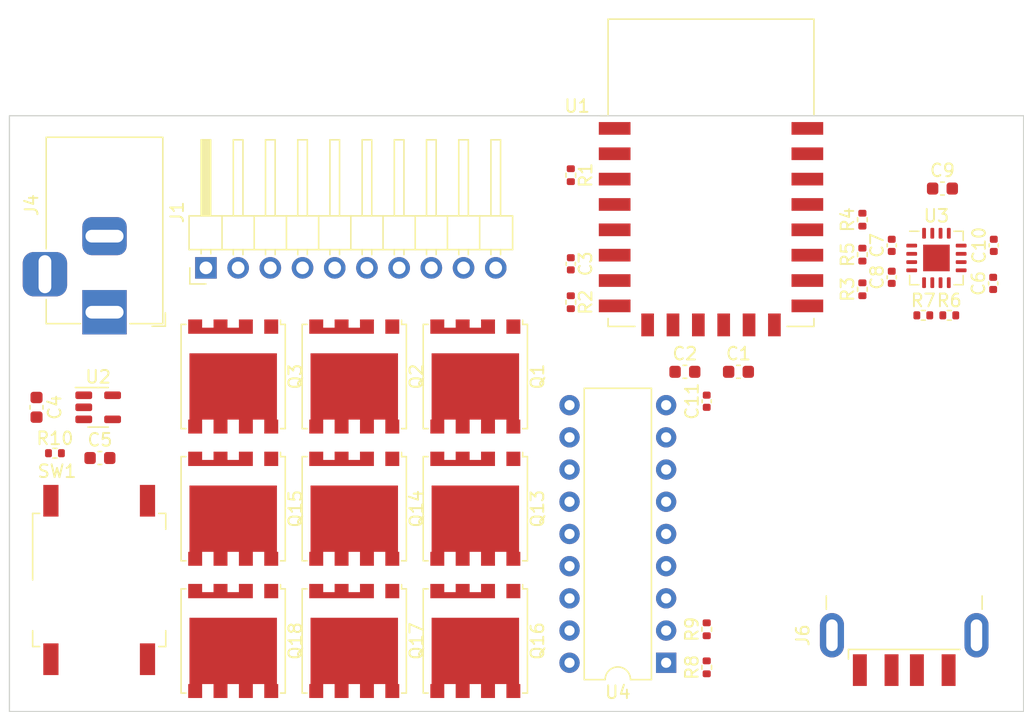
<source format=kicad_pcb>
(kicad_pcb (version 20221018) (generator pcbnew)
  (layers (0 "F.Cu" signal) (31 "B.Cu" signal) (34 "B.Paste" user) (35 "F.Paste" user) (36 "B.SilkS" user "B.Silkscreen") (37 "F.SilkS" user "F.Silkscreen") (38 "B.Mask" user) (39 "F.Mask" user) (44 "Edge.Cuts" user))
  (net 0 "")
  (net 1 "/RST")
  (net 3 "Net-(U1-EN)")
  (net 5 "/BLUE1")
  (net 6 "/RED1")
  (net 7 "/GREEN1")
  (net 8 "VDD")
  (net 15 "GND")
  (net 16 "Net-(U1-GPIO15)")
  (net 17 "Net-(U1-GPIO2)")
  (net 18 "Net-(U1-GPIO0)")
  (net 19 "/SDA")
  (net 20 "/SCL")
  (net 21 "/TX")
  (net 22 "/RX")
  (net 23 "+5V")
  (net 27 "Net-(U3-USBDP)")
  (net 28 "Net-(U3-USBDM)")
  (net 29 "Net-(U3-3V3OUT)")
  (net 39 "/RED2")
  (net 40 "/GREEN2")
  (net 41 "/BLUE2")
  (net 42 "/RED3")
  (net 43 "/GREEN3")
  (net 44 "/BLUE3")
  (net 47 "/D-")
  (net 48 "/D+")
  (net 49 "+12V")
  (net 50 "Net-(J1-Pin_2)")
  (net 51 "Net-(J1-Pin_3)")
  (net 52 "Net-(J1-Pin_4)")
  (net 53 "Net-(J1-Pin_5)")
  (net 54 "Net-(J1-Pin_6)")
  (net 55 "Net-(J1-Pin_7)")
  (net 56 "Net-(J1-Pin_8)")
  (net 57 "Net-(J1-Pin_9)")
  (net 58 "Net-(J1-Pin_10)")
  (footprint "Connector_USB:USB_A_CNCTech_1001-011-01101_Horizontal" (layer "F.Cu") (at 195.58 132.08 90)
    (fp_text reference "J6" (at -6.9 -8 90) (layer "F.SilkS"))
    (fp_text value "USB_A")
    (pad "" np_thru_hole circle (at -6.9 -2.3 90) (size 1.1 1.1) (drill 1.1) (layers "*.Cu" "*.Mask"))
    (pad "" np_thru_hole circle (at -6.9 2.3 90) (size 1.1 1.1) (drill 1.1) (layers "*.Cu" "*.Mask"))
    (pad "1" smd rect (at -9.65 -3.5 90) (size 2.5 1.1) (layers "F.Cu" "F.Paste" "F.Mask") (net 23 "+5V"))
    (pad "2" smd rect (at -9.65 -1 90) (size 2.5 1.1) (layers "F.Cu" "F.Paste" "F.Mask") (net 47 "/D-"))
    (pad "3" smd rect (at -9.65 1 90) (size 2.5 1.1) (layers "F.Cu" "F.Paste" "F.Mask") (net 48 "/D+"))
    (pad "4" smd rect (at -9.65 3.5 90) (size 2.5 1.1) (layers "F.Cu" "F.Paste" "F.Mask") (net 15 "GND"))
    (pad "5" thru_hole oval (at -6.9 -5.7 90) (size 3.5 1.9) (drill oval 2.5 0.9) (layers "*.Cu" "*.Mask") (net 15 "GND"))
    (pad "5" thru_hole oval (at -6.9 5.7 90) (size 3.5 1.9) (drill oval 2.5 0.9) (layers "*.Cu" "*.Mask") (net 15 "GND"))
  )
  (footprint "Resistor_SMD:R_0402_1005Metric" (layer "F.Cu") (at 128.59 124.62)
    (fp_text reference "R10" (at 0 -1.17) (layer "F.SilkS"))
    (fp_text value "10k")
    (pad "1" smd roundrect (at -0.51 0) (size 0.54 0.64) (layers "F.Cu" "F.Paste" "F.Mask") (net 8 "VDD"))
    (pad "2" smd roundrect (at 0.51 0) (size 0.54 0.64) (layers "F.Cu" "F.Paste" "F.Mask") (net 1 "/RST"))
  )
  (footprint "Resistor_SMD:R_0402_1005Metric" (layer "F.Cu") (at 180 141.51 90)
    (fp_text reference "R8" (at 0 -1.17 90) (layer "F.SilkS"))
    (fp_text value "1k tbd")
    (pad "1" smd roundrect (at -0.51 0 90) (size 0.54 0.64) (layers "F.Cu" "F.Paste" "F.Mask") (net 23 "+5V"))
    (pad "2" smd roundrect (at 0.51 0 90) (size 0.54 0.64) (layers "F.Cu" "F.Paste" "F.Mask") (net 20 "/SCL"))
  )
  (footprint "Package_TO_SOT_SMD:SOT-23-5" (layer "F.Cu") (at 132 121)
    (fp_text reference "U2" (at 0 -2.4) (layer "F.SilkS"))
    (fp_text value "SPX3819M5-L-3-3")
    (pad "1" smd roundrect (at -1.1375 -0.95) (size 1.325 0.6) (layers "F.Cu" "F.Paste" "F.Mask") (net 23 "+5V"))
    (pad "2" smd roundrect (at -1.1375 0) (size 1.325 0.6) (layers "F.Cu" "F.Paste" "F.Mask") (net 15 "GND"))
    (pad "3" smd roundrect (at -1.1375 0.95) (size 1.325 0.6) (layers "F.Cu" "F.Paste" "F.Mask") (net 23 "+5V"))
    (pad "4" smd roundrect (at 1.1375 0.95) (size 1.325 0.6) (layers "F.Cu" "F.Paste" "F.Mask"))
    (pad "5" smd roundrect (at 1.1375 -0.95) (size 1.325 0.6) (layers "F.Cu" "F.Paste" "F.Mask") (net 8 "VDD"))
  )
  (footprint "Capacitor_SMD:C_0603_1608Metric" (layer "F.Cu") (at 182.505 118.2)
    (fp_text reference "C1" (at 0 -1.43) (layer "F.SilkS"))
    (fp_text value "1uF")
    (pad "1" smd roundrect (at -0.775 0) (size 0.9 0.95) (layers "F.Cu" "F.Paste" "F.Mask") (net 8 "VDD"))
    (pad "2" smd roundrect (at 0.775 0) (size 0.9 0.95) (layers "F.Cu" "F.Paste" "F.Mask") (net 15 "GND"))
  )
  (footprint "Package_TO_SOT_SMD:PQFN_8x8" (layer "F.Cu") (at 161.75 118.57 -90)
    (fp_text reference "Q1" (at 0 -4.9 90) (layer "F.SilkS"))
    (fp_text value "NMOS")
    (pad "1" smd rect (at -3.935 -3 270) (size 1.13 1.1) (layers "F.Cu" "F.Paste" "F.Mask") (net 50 "Net-(J1-Pin_2)"))
    (pad "2" smd custom (at -3.61 1 270) (size 0.48 5.1) (layers "F.Cu" "F.Paste" "F.Mask") (net 6 "/RED1") (options (clearance outline) (anchor rect)) (primitives (gr_poly (pts (xy -0.24 -1.45) (xy -0.89 -1.45) (xy -0.89 -2.55) (xy -0.24 -2.55)) (width 0) (fill yes)) (gr_poly (pts (xy -0.24 0.55) (xy -0.89 0.55) (xy -0.89 -0.55) (xy -0.24 -0.55)) (width 0) (fill yes)) (gr_poly (pts (xy -0.24 2.55) (xy -0.89 2.55) (xy -0.89 1.45) (xy -0.24 1.45)) (width 0) (fill yes))))
    (pad "3" smd custom (at 0.785 0 270) (size 5.23 6.9) (layers "F.Cu" "F.Mask") (net 15 "GND") (options (clearance outline) (anchor rect)) (primitives (gr_poly (pts (xy 3.715 -2.45) (xy 2.615 -2.45) (xy 2.615 -3.55) (xy 3.715 -3.55)) (width 0) (fill yes)) (gr_poly (pts (xy 3.715 -0.45) (xy 2.615 -0.45) (xy 2.615 -1.55) (xy 3.715 -1.55)) (width 0) (fill yes)) (gr_poly (pts (xy 3.715 1.55) (xy 2.615 1.55) (xy 2.615 0.45) (xy 3.715 0.45)) (width 0) (fill yes)) (gr_poly (pts (xy 3.715 3.55) (xy 2.615 3.55) (xy 2.615 2.45) (xy 3.715 2.45)) (width 0) (fill yes))))
  )
  (footprint "Capacitor_SMD:C_0603_1608Metric" (layer "F.Cu") (at 132.1375 125)
    (fp_text reference "C5" (at 0 -1.43) (layer "F.SilkS"))
    (fp_text value "10uF")
    (pad "1" smd roundrect (at -0.775 0) (size 0.9 0.95) (layers "F.Cu" "F.Paste" "F.Mask") (net 23 "+5V"))
    (pad "2" smd roundrect (at 0.775 0) (size 0.9 0.95) (layers "F.Cu" "F.Paste" "F.Mask") (net 15 "GND"))
  )
  (footprint "Resistor_SMD:R_0402_1005Metric" (layer "F.Cu") (at 192.28 111.69 90)
    (fp_text reference "R3" (at 0 -1.17 90) (layer "F.SilkS"))
    (fp_text value "10k")
    (pad "1" smd roundrect (at -0.51 0 90) (size 0.54 0.64) (layers "F.Cu" "F.Paste" "F.Mask") (net 15 "GND"))
    (pad "2" smd roundrect (at 0.51 0 90) (size 0.54 0.64) (layers "F.Cu" "F.Paste" "F.Mask") (net 16 "Net-(U1-GPIO15)"))
  )
  (footprint "Capacitor_SMD:C_0603_1608Metric" (layer "F.Cu") (at 127.1375 121 -90)
    (fp_text reference "C4" (at 0 -1.43 90) (layer "F.SilkS"))
    (fp_text value "10uF")
    (pad "1" smd roundrect (at -0.775 0 270) (size 0.9 0.95) (layers "F.Cu" "F.Paste" "F.Mask") (net 8 "VDD"))
    (pad "2" smd roundrect (at 0.775 0 270) (size 0.9 0.95) (layers "F.Cu" "F.Paste" "F.Mask") (net 15 "GND"))
  )
  (footprint "Package_TO_SOT_SMD:PQFN_8x8" (layer "F.Cu") (at 142.65 139.43 -90)
    (fp_text reference "Q18" (at 0 -4.9 90) (layer "F.SilkS"))
    (fp_text value "NMOS")
    (pad "1" smd rect (at -3.935 -3 270) (size 1.13 1.1) (layers "F.Cu" "F.Paste" "F.Mask") (net 58 "Net-(J1-Pin_10)"))
    (pad "2" smd custom (at -3.61 1 270) (size 0.48 5.1) (layers "F.Cu" "F.Paste" "F.Mask") (net 44 "/BLUE3") (options (clearance outline) (anchor rect)) (primitives (gr_poly (pts (xy -0.24 -1.45) (xy -0.89 -1.45) (xy -0.89 -2.55) (xy -0.24 -2.55)) (width 0) (fill yes)) (gr_poly (pts (xy -0.24 0.55) (xy -0.89 0.55) (xy -0.89 -0.55) (xy -0.24 -0.55)) (width 0) (fill yes)) (gr_poly (pts (xy -0.24 2.55) (xy -0.89 2.55) (xy -0.89 1.45) (xy -0.24 1.45)) (width 0) (fill yes))))
    (pad "3" smd custom (at 0.785 0 270) (size 5.23 6.9) (layers "F.Cu" "F.Mask") (net 15 "GND") (options (clearance outline) (anchor rect)) (primitives (gr_poly (pts (xy 3.715 -2.45) (xy 2.615 -2.45) (xy 2.615 -3.55) (xy 3.715 -3.55)) (width 0) (fill yes)) (gr_poly (pts (xy 3.715 -0.45) (xy 2.615 -0.45) (xy 2.615 -1.55) (xy 3.715 -1.55)) (width 0) (fill yes)) (gr_poly (pts (xy 3.715 1.55) (xy 2.615 1.55) (xy 2.615 0.45) (xy 3.715 0.45)) (width 0) (fill yes)) (gr_poly (pts (xy 3.715 3.55) (xy 2.615 3.55) (xy 2.615 2.45) (xy 3.715 2.45)) (width 0) (fill yes))))
  )
  (footprint "Resistor_SMD:R_0402_1005Metric" (layer "F.Cu") (at 169.28 102.69 -90)
    (fp_text reference "R1" (at 0 -1.17 90) (layer "F.SilkS"))
    (fp_text value "10k")
    (pad "1" smd roundrect (at -0.51 0 270) (size 0.54 0.64) (layers "F.Cu" "F.Paste" "F.Mask") (net 8 "VDD"))
    (pad "2" smd roundrect (at 0.51 0 270) (size 0.54 0.64) (layers "F.Cu" "F.Paste" "F.Mask") (net 3 "Net-(U1-EN)"))
  )
  (footprint "Capacitor_SMD:C_0402_1005Metric" (layer "F.Cu") (at 194.595 108.225 90)
    (fp_text reference "C7" (at 0 -1.16 90) (layer "F.SilkS"))
    (fp_text value "47pF")
    (pad "1" smd roundrect (at -0.48 0 90) (size 0.56 0.62) (layers "F.Cu" "F.Paste" "F.Mask") (net 47 "/D-"))
    (pad "2" smd roundrect (at 0.48 0 90) (size 0.56 0.62) (layers "F.Cu" "F.Paste" "F.Mask") (net 15 "GND"))
  )
  (footprint "Capacitor_SMD:C_0402_1005Metric" (layer "F.Cu") (at 180 120.52 90)
    (fp_text reference "C11" (at 0 -1.16 90) (layer "F.SilkS"))
    (fp_text value "0.1uF")
    (pad "1" smd roundrect (at -0.48 0 90) (size 0.56 0.62) (layers "F.Cu" "F.Paste" "F.Mask") (net 15 "GND"))
    (pad "2" smd roundrect (at 0.48 0 90) (size 0.56 0.62) (layers "F.Cu" "F.Paste" "F.Mask") (net 23 "+5V"))
  )
  (footprint "Resistor_SMD:R_0402_1005Metric" (layer "F.Cu") (at 199.135 113.745)
    (fp_text reference "R6" (at 0 -1.17) (layer "F.SilkS"))
    (fp_text value "27R")
    (pad "1" smd roundrect (at -0.51 0) (size 0.54 0.64) (layers "F.Cu" "F.Paste" "F.Mask") (net 47 "/D-"))
    (pad "2" smd roundrect (at 0.51 0) (size 0.54 0.64) (layers "F.Cu" "F.Paste" "F.Mask") (net 28 "Net-(U3-USBDM)"))
  )
  (footprint "Connector_PinHeader_2.54mm:PinHeader_1x10_P2.54mm_Horizontal" (layer "F.Cu") (at 140.5 110 90)
    (fp_text reference "J1" (at 4.385 -2.27 90) (layer "F.SilkS"))
    (fp_text value "Conn_01x10")
    (pad "1" thru_hole rect (at 0 0 90) (size 1.7 1.7) (drill 1) (layers "*.Cu" "*.Mask") (net 49 "+12V"))
    (pad "2" thru_hole oval (at 0 2.54 90) (size 1.7 1.7) (drill 1) (layers "*.Cu" "*.Mask") (net 50 "Net-(J1-Pin_2)"))
    (pad "3" thru_hole oval (at 0 5.08 90) (size 1.7 1.7) (drill 1) (layers "*.Cu" "*.Mask") (net 51 "Net-(J1-Pin_3)"))
    (pad "4" thru_hole oval (at 0 7.62 90) (size 1.7 1.7) (drill 1) (layers "*.Cu" "*.Mask") (net 52 "Net-(J1-Pin_4)"))
    (pad "5" thru_hole oval (at 0 10.16 90) (size 1.7 1.7) (drill 1) (layers "*.Cu" "*.Mask") (net 53 "Net-(J1-Pin_5)"))
    (pad "6" thru_hole oval (at 0 12.7 90) (size 1.7 1.7) (drill 1) (layers "*.Cu" "*.Mask") (net 54 "Net-(J1-Pin_6)"))
    (pad "7" thru_hole oval (at 0 15.24 90) (size 1.7 1.7) (drill 1) (layers "*.Cu" "*.Mask") (net 55 "Net-(J1-Pin_7)"))
    (pad "8" thru_hole oval (at 0 17.78 90) (size 1.7 1.7) (drill 1) (layers "*.Cu" "*.Mask") (net 56 "Net-(J1-Pin_8)"))
    (pad "9" thru_hole oval (at 0 20.32 90) (size 1.7 1.7) (drill 1) (layers "*.Cu" "*.Mask") (net 57 "Net-(J1-Pin_9)"))
    (pad "10" thru_hole oval (at 0 22.86 90) (size 1.7 1.7) (drill 1) (layers "*.Cu" "*.Mask") (net 58 "Net-(J1-Pin_10)"))
  )
  (footprint "Button_Switch_SMD:SW_MEC_5GSH9" (layer "F.Cu") (at 132.08 134.62)
    (fp_text reference "SW1" (at -3.325 -8.575 180) (layer "F.SilkS"))
    (fp_text value "SW_MEC_5G")
    (pad "1" smd rect (at -3.81 -6.25 90) (size 2.5 1.2) (layers "F.Cu" "F.Paste" "F.Mask") (net 1 "/RST"))
    (pad "2" smd rect (at -3.81 6.25 90) (size 2.5 1.2) (layers "F.Cu" "F.Paste" "F.Mask") (net 1 "/RST"))
    (pad "3" smd rect (at 3.81 -6.25 90) (size 2.5 1.2) (layers "F.Cu" "F.Paste" "F.Mask") (net 15 "GND"))
    (pad "4" smd rect (at 3.81 6.25 90) (size 2.5 1.2) (layers "F.Cu" "F.Paste" "F.Mask") (net 15 "GND"))
  )
  (footprint "Package_TO_SOT_SMD:PQFN_8x8" (layer "F.Cu") (at 152.2 139.43 -90)
    (fp_text reference "Q17" (at 0 -4.9 90) (layer "F.SilkS"))
    (fp_text value "NMOS")
    (pad "1" smd rect (at -3.935 -3 270) (size 1.13 1.1) (layers "F.Cu" "F.Paste" "F.Mask") (net 57 "Net-(J1-Pin_9)"))
    (pad "2" smd custom (at -3.61 1 270) (size 0.48 5.1) (layers "F.Cu" "F.Paste" "F.Mask") (net 43 "/GREEN3") (options (clearance outline) (anchor rect)) (primitives (gr_poly (pts (xy -0.24 -1.45) (xy -0.89 -1.45) (xy -0.89 -2.55) (xy -0.24 -2.55)) (width 0) (fill yes)) (gr_poly (pts (xy -0.24 0.55) (xy -0.89 0.55) (xy -0.89 -0.55) (xy -0.24 -0.55)) (width 0) (fill yes)) (gr_poly (pts (xy -0.24 2.55) (xy -0.89 2.55) (xy -0.89 1.45) (xy -0.24 1.45)) (width 0) (fill yes))))
    (pad "3" smd custom (at 0.785 0 270) (size 5.23 6.9) (layers "F.Cu" "F.Mask") (net 15 "GND") (options (clearance outline) (anchor rect)) (primitives (gr_poly (pts (xy 3.715 -2.45) (xy 2.615 -2.45) (xy 2.615 -3.55) (xy 3.715 -3.55)) (width 0) (fill yes)) (gr_poly (pts (xy 3.715 -0.45) (xy 2.615 -0.45) (xy 2.615 -1.55) (xy 3.715 -1.55)) (width 0) (fill yes)) (gr_poly (pts (xy 3.715 1.55) (xy 2.615 1.55) (xy 2.615 0.45) (xy 3.715 0.45)) (width 0) (fill yes)) (gr_poly (pts (xy 3.715 3.55) (xy 2.615 3.55) (xy 2.615 2.45) (xy 3.715 2.45)) (width 0) (fill yes))))
  )
  (footprint "Capacitor_SMD:C_0402_1005Metric" (layer "F.Cu") (at 202.645 108.225 90)
    (fp_text reference "C10" (at 0 -1.16 90) (layer "F.SilkS"))
    (fp_text value "0.1uF")
    (pad "1" smd roundrect (at -0.48 0 90) (size 0.56 0.62) (layers "F.Cu" "F.Paste" "F.Mask") (net 8 "VDD"))
    (pad "2" smd roundrect (at 0.48 0 90) (size 0.56 0.62) (layers "F.Cu" "F.Paste" "F.Mask") (net 15 "GND"))
  )
  (footprint "Package_TO_SOT_SMD:PQFN_8x8" (layer "F.Cu") (at 152.2 129 -90)
    (fp_text reference "Q14" (at 0 -4.9 90) (layer "F.SilkS"))
    (fp_text value "NMOS")
    (pad "1" smd rect (at -3.935 -3 270) (size 1.13 1.1) (layers "F.Cu" "F.Paste" "F.Mask") (net 54 "Net-(J1-Pin_6)"))
    (pad "2" smd custom (at -3.61 1 270) (size 0.48 5.1) (layers "F.Cu" "F.Paste" "F.Mask") (net 40 "/GREEN2") (options (clearance outline) (anchor rect)) (primitives (gr_poly (pts (xy -0.24 -1.45) (xy -0.89 -1.45) (xy -0.89 -2.55) (xy -0.24 -2.55)) (width 0) (fill yes)) (gr_poly (pts (xy -0.24 0.55) (xy -0.89 0.55) (xy -0.89 -0.55) (xy -0.24 -0.55)) (width 0) (fill yes)) (gr_poly (pts (xy -0.24 2.55) (xy -0.89 2.55) (xy -0.89 1.45) (xy -0.24 1.45)) (width 0) (fill yes))))
    (pad "3" smd custom (at 0.785 0 270) (size 5.23 6.9) (layers "F.Cu" "F.Mask") (net 15 "GND") (options (clearance outline) (anchor rect)) (primitives (gr_poly (pts (xy 3.715 -2.45) (xy 2.615 -2.45) (xy 2.615 -3.55) (xy 3.715 -3.55)) (width 0) (fill yes)) (gr_poly (pts (xy 3.715 -0.45) (xy 2.615 -0.45) (xy 2.615 -1.55) (xy 3.715 -1.55)) (width 0) (fill yes)) (gr_poly (pts (xy 3.715 1.55) (xy 2.615 1.55) (xy 2.615 0.45) (xy 3.715 0.45)) (width 0) (fill yes)) (gr_poly (pts (xy 3.715 3.55) (xy 2.615 3.55) (xy 2.615 2.45) (xy 3.715 2.45)) (width 0) (fill yes))))
  )
  (footprint "RF_Module:ESP-12E" (layer "F.Cu") (at 180.34 102.5)
    (fp_text reference "U1" (at -10.56 -5.26) (layer "F.SilkS"))
    (fp_text value "ESP-12E")
    (pad "1" smd rect (at -7.6 -3.5) (size 2.5 1) (layers "F.Cu" "F.Paste" "F.Mask") (net 1 "/RST"))
    (pad "2" smd rect (at -7.6 -1.5) (size 2.5 1) (layers "F.Cu" "F.Paste" "F.Mask"))
    (pad "3" smd rect (at -7.6 0.5) (size 2.5 1) (layers "F.Cu" "F.Paste" "F.Mask") (net 3 "Net-(U1-EN)"))
    (pad "4" smd rect (at -7.6 2.5) (size 2.5 1) (layers "F.Cu" "F.Paste" "F.Mask"))
    (pad "5" smd rect (at -7.6 4.5) (size 2.5 1) (layers "F.Cu" "F.Paste" "F.Mask") (net 5 "/BLUE1"))
    (pad "6" smd rect (at -7.6 6.5) (size 2.5 1) (layers "F.Cu" "F.Paste" "F.Mask") (net 6 "/RED1"))
    (pad "7" smd rect (at -7.6 8.5) (size 2.5 1) (layers "F.Cu" "F.Paste" "F.Mask") (net 7 "/GREEN1"))
    (pad "8" smd rect (at -7.6 10.5) (size 2.5 1) (layers "F.Cu" "F.Paste" "F.Mask") (net 8 "VDD"))
    (pad "9" smd rect (at -5 12) (size 1 1.8) (layers "F.Cu" "F.Paste" "F.Mask"))
    (pad "10" smd rect (at -3 12) (size 1 1.8) (layers "F.Cu" "F.Paste" "F.Mask"))
    (pad "11" smd rect (at -1 12) (size 1 1.8) (layers "F.Cu" "F.Paste" "F.Mask"))
    (pad "12" smd rect (at 1 12) (size 1 1.8) (layers "F.Cu" "F.Paste" "F.Mask"))
    (pad "13" smd rect (at 3 12) (size 1 1.8) (layers "F.Cu" "F.Paste" "F.Mask"))
    (pad "14" smd rect (at 5 12) (size 1 1.8) (layers "F.Cu" "F.Paste" "F.Mask"))
    (pad "15" smd rect (at 7.6 10.5) (size 2.5 1) (layers "F.Cu" "F.Paste" "F.Mask") (net 15 "GND"))
    (pad "16" smd rect (at 7.6 8.5) (size 2.5 1) (layers "F.Cu" "F.Paste" "F.Mask") (net 16 "Net-(U1-GPIO15)"))
    (pad "17" smd rect (at 7.6 6.5) (size 2.5 1) (layers "F.Cu" "F.Paste" "F.Mask") (net 17 "Net-(U1-GPIO2)"))
    (pad "18" smd rect (at 7.6 4.5) (size 2.5 1) (layers "F.Cu" "F.Paste" "F.Mask") (net 18 "Net-(U1-GPIO0)"))
    (pad "19" smd rect (at 7.6 2.5) (size 2.5 1) (layers "F.Cu" "F.Paste" "F.Mask") (net 19 "/SDA"))
    (pad "20" smd rect (at 7.6 0.5) (size 2.5 1) (layers "F.Cu" "F.Paste" "F.Mask") (net 20 "/SCL"))
    (pad "21" smd rect (at 7.6 -1.5) (size 2.5 1) (layers "F.Cu" "F.Paste" "F.Mask") (net 21 "/TX"))
    (pad "22" smd rect (at 7.6 -3.5) (size 2.5 1) (layers "F.Cu" "F.Paste" "F.Mask") (net 22 "/RX"))
  )
  (footprint "Capacitor_SMD:C_0402_1005Metric" (layer "F.Cu") (at 202.595 111.225 90)
    (fp_text reference "C6" (at 0 -1.16 90) (layer "F.SilkS"))
    (fp_text value "0.1uF")
    (pad "1" smd roundrect (at -0.48 0 90) (size 0.56 0.62) (layers "F.Cu" "F.Paste" "F.Mask") (net 29 "Net-(U3-3V3OUT)"))
    (pad "2" smd roundrect (at 0.48 0 90) (size 0.56 0.62) (layers "F.Cu" "F.Paste" "F.Mask") (net 15 "GND"))
  )
  (footprint "Capacitor_SMD:C_0603_1608Metric" (layer "F.Cu") (at 198.595 103.745)
    (fp_text reference "C9" (at 0 -1.43) (layer "F.SilkS"))
    (fp_text value "4.7uF")
    (pad "1" smd roundrect (at -0.775 0) (size 0.9 0.95) (layers "F.Cu" "F.Paste" "F.Mask") (net 8 "VDD"))
    (pad "2" smd roundrect (at 0.775 0) (size 0.9 0.95) (layers "F.Cu" "F.Paste" "F.Mask") (net 15 "GND"))
  )
  (footprint "Package_DFN_QFN:QFN-16-1EP_4x4mm_P0.65mm_EP2.1x2.1mm" (layer "F.Cu") (at 198.12 109.22)
    (fp_text reference "U3" (at 0 -3.32) (layer "F.SilkS"))
    (fp_text value "FT230XQ")
    (pad "1" smd roundrect (at -1.95 -0.975) (size 0.85 0.3) (layers "F.Cu" "F.Paste" "F.Mask") (net 8 "VDD"))
    (pad "2" smd roundrect (at -1.95 -0.325) (size 0.85 0.3) (layers "F.Cu" "F.Paste" "F.Mask") (net 22 "/RX"))
    (pad "3" smd roundrect (at -1.95 0.325) (size 0.85 0.3) (layers "F.Cu" "F.Paste" "F.Mask") (net 15 "GND"))
    (pad "4" smd roundrect (at -1.95 0.975) (size 0.85 0.3) (layers "F.Cu" "F.Paste" "F.Mask"))
    (pad "5" smd roundrect (at -0.975 1.95) (size 0.3 0.85) (layers "F.Cu" "F.Paste" "F.Mask"))
    (pad "6" smd roundrect (at -0.325 1.95) (size 0.3 0.85) (layers "F.Cu" "F.Paste" "F.Mask") (net 27 "Net-(U3-USBDP)"))
    (pad "7" smd roundrect (at 0.325 1.95) (size 0.3 0.85) (layers "F.Cu" "F.Paste" "F.Mask") (net 28 "Net-(U3-USBDM)"))
    (pad "8" smd roundrect (at 0.975 1.95) (size 0.3 0.85) (layers "F.Cu" "F.Paste" "F.Mask") (net 29 "Net-(U3-3V3OUT)"))
    (pad "9" smd roundrect (at 1.95 0.975) (size 0.85 0.3) (layers "F.Cu" "F.Paste" "F.Mask") (net 29 "Net-(U3-3V3OUT)"))
    (pad "10" smd roundrect (at 1.95 0.325) (size 0.85 0.3) (layers "F.Cu" "F.Paste" "F.Mask") (net 8 "VDD"))
    (pad "11" smd roundrect (at 1.95 -0.325) (size 0.85 0.3) (layers "F.Cu" "F.Paste" "F.Mask"))
    (pad "12" smd roundrect (at 1.95 -0.975) (size 0.85 0.3) (layers "F.Cu" "F.Paste" "F.Mask"))
    (pad "13" smd roundrect (at 0.975 -1.95) (size 0.3 0.85) (layers "F.Cu" "F.Paste" "F.Mask") (net 15 "GND"))
    (pad "14" smd roundrect (at 0.325 -1.95) (size 0.3 0.85) (layers "F.Cu" "F.Paste" "F.Mask"))
    (pad "15" smd roundrect (at -0.325 -1.95) (size 0.3 0.85) (layers "F.Cu" "F.Paste" "F.Mask") (net 21 "/TX"))
    (pad "16" smd roundrect (at -0.975 -1.95) (size 0.3 0.85) (layers "F.Cu" "F.Paste" "F.Mask"))
    (pad "17" smd rect (at 0 0) (size 2.1 2.1) (layers "F.Cu" "F.Mask") (net 15 "GND"))
  )
  (footprint "Capacitor_SMD:C_0402_1005Metric" (layer "F.Cu") (at 194.595 110.745 90)
    (fp_text reference "C8" (at 0 -1.16 90) (layer "F.SilkS"))
    (fp_text value "47pF")
    (pad "1" smd roundrect (at -0.48 0 90) (size 0.56 0.62) (layers "F.Cu" "F.Paste" "F.Mask") (net 48 "/D+"))
    (pad "2" smd roundrect (at 0.48 0 90) (size 0.56 0.62) (layers "F.Cu" "F.Paste" "F.Mask") (net 15 "GND"))
  )
  (footprint "Package_DIP:DIP-18_W7.62mm" (layer "F.Cu") (at 176.8 141.15 180)
    (fp_text reference "U4" (at 3.81 -2.33) (layer "F.SilkS"))
    (fp_text value "MCP23008-xP")
    (pad "1" thru_hole rect (at 0 0 180) (size 1.6 1.6) (drill 0.8) (layers "*.Cu" "*.Mask") (net 20 "/SCL"))
    (pad "2" thru_hole oval (at 0 2.54 180) (size 1.6 1.6) (drill 0.8) (layers "*.Cu" "*.Mask") (net 19 "/SDA"))
    (pad "3" thru_hole oval (at 0 5.08 180) (size 1.6 1.6) (drill 0.8) (layers "*.Cu" "*.Mask"))
    (pad "4" thru_hole oval (at 0 7.62 180) (size 1.6 1.6) (drill 0.8) (layers "*.Cu" "*.Mask"))
    (pad "5" thru_hole oval (at 0 10.16 180) (size 1.6 1.6) (drill 0.8) (layers "*.Cu" "*.Mask"))
    (pad "6" thru_hole oval (at 0 12.7 180) (size 1.6 1.6) (drill 0.8) (layers "*.Cu" "*.Mask") (net 1 "/RST"))
    (pad "7" thru_hole oval (at 0 15.24 180) (size 1.6 1.6) (drill 0.8) (layers "*.Cu" "*.Mask"))
    (pad "8" thru_hole oval (at 0 17.78 180) (size 1.6 1.6) (drill 0.8) (layers "*.Cu" "*.Mask"))
    (pad "9" thru_hole oval (at 0 20.32 180) (size 1.6 1.6) (drill 0.8) (layers "*.Cu" "*.Mask") (net 15 "GND"))
    (pad "10" thru_hole oval (at 7.62 20.32 180) (size 1.6 1.6) (drill 0.8) (layers "*.Cu" "*.Mask") (net 39 "/RED2"))
    (pad "11" thru_hole oval (at 7.62 17.78 180) (size 1.6 1.6) (drill 0.8) (layers "*.Cu" "*.Mask") (net 40 "/GREEN2"))
    (pad "12" thru_hole oval (at 7.62 15.24 180) (size 1.6 1.6) (drill 0.8) (layers "*.Cu" "*.Mask") (net 41 "/BLUE2"))
    (pad "13" thru_hole oval (at 7.62 12.7 180) (size 1.6 1.6) (drill 0.8) (layers "*.Cu" "*.Mask") (net 42 "/RED3"))
    (pad "14" thru_hole oval (at 7.62 10.16 180) (size 1.6 1.6) (drill 0.8) (layers "*.Cu" "*.Mask") (net 43 "/GREEN3"))
    (pad "15" thru_hole oval (at 7.62 7.62 180) (size 1.6 1.6) (drill 0.8) (layers "*.Cu" "*.Mask") (net 44 "/BLUE3"))
    (pad "16" thru_hole oval (at 7.62 5.08 180) (size 1.6 1.6) (drill 0.8) (layers "*.Cu" "*.Mask"))
    (pad "17" thru_hole oval (at 7.62 2.54 180) (size 1.6 1.6) (drill 0.8) (layers "*.Cu" "*.Mask"))
    (pad "18" thru_hole oval (at 7.62 0 180) (size 1.6 1.6) (drill 0.8) (layers "*.Cu" "*.Mask") (net 23 "+5V"))
  )
  (footprint "Package_TO_SOT_SMD:PQFN_8x8" (layer "F.Cu") (at 142.65 118.57 -90)
    (fp_text reference "Q3" (at 0 -4.9 90) (layer "F.SilkS"))
    (fp_text value "NMOS")
    (pad "1" smd rect (at -3.935 -3 270) (size 1.13 1.1) (layers "F.Cu" "F.Paste" "F.Mask") (net 52 "Net-(J1-Pin_4)"))
    (pad "2" smd custom (at -3.61 1 270) (size 0.48 5.1) (layers "F.Cu" "F.Paste" "F.Mask") (net 5 "/BLUE1") (options (clearance outline) (anchor rect)) (primitives (gr_poly (pts (xy -0.24 -1.45) (xy -0.89 -1.45) (xy -0.89 -2.55) (xy -0.24 -2.55)) (width 0) (fill yes)) (gr_poly (pts (xy -0.24 0.55) (xy -0.89 0.55) (xy -0.89 -0.55) (xy -0.24 -0.55)) (width 0) (fill yes)) (gr_poly (pts (xy -0.24 2.55) (xy -0.89 2.55) (xy -0.89 1.45) (xy -0.24 1.45)) (width 0) (fill yes))))
    (pad "3" smd custom (at 0.785 0 270) (size 5.23 6.9) (layers "F.Cu" "F.Mask") (net 15 "GND") (options (clearance outline) (anchor rect)) (primitives (gr_poly (pts (xy 3.715 -2.45) (xy 2.615 -2.45) (xy 2.615 -3.55) (xy 3.715 -3.55)) (width 0) (fill yes)) (gr_poly (pts (xy 3.715 -0.45) (xy 2.615 -0.45) (xy 2.615 -1.55) (xy 3.715 -1.55)) (width 0) (fill yes)) (gr_poly (pts (xy 3.715 1.55) (xy 2.615 1.55) (xy 2.615 0.45) (xy 3.715 0.45)) (width 0) (fill yes)) (gr_poly (pts (xy 3.715 3.55) (xy 2.615 3.55) (xy 2.615 2.45) (xy 3.715 2.45)) (width 0) (fill yes))))
  )
  (footprint "Resistor_SMD:R_0402_1005Metric" (layer "F.Cu") (at 197.085 113.745)
    (fp_text reference "R7" (at 0 -1.17) (layer "F.SilkS"))
    (fp_text value "27R")
    (pad "1" smd roundrect (at -0.51 0) (size 0.54 0.64) (layers "F.Cu" "F.Paste" "F.Mask") (net 48 "/D+"))
    (pad "2" smd roundrect (at 0.51 0) (size 0.54 0.64) (layers "F.Cu" "F.Paste" "F.Mask") (net 27 "Net-(U3-USBDP)"))
  )
  (footprint "Capacitor_SMD:C_0603_1608Metric" (layer "F.Cu") (at 178.28 118.2)
    (fp_text reference "C2" (at 0 -1.43) (layer "F.SilkS"))
    (fp_text value "4.7uF")
    (pad "1" smd roundrect (at -0.775 0) (size 0.9 0.95) (layers "F.Cu" "F.Paste" "F.Mask") (net 8 "VDD"))
    (pad "2" smd roundrect (at 0.775 0) (size 0.9 0.95) (layers "F.Cu" "F.Paste" "F.Mask") (net 15 "GND"))
  )
  (footprint "Package_TO_SOT_SMD:PQFN_8x8" (layer "F.Cu") (at 142.65 129 -90)
    (fp_text reference "Q15" (at 0 -4.9 90) (layer "F.SilkS"))
    (fp_text value "NMOS")
    (pad "1" smd rect (at -3.935 -3 270) (size 1.13 1.1) (layers "F.Cu" "F.Paste" "F.Mask") (net 55 "Net-(J1-Pin_7)"))
    (pad "2" smd custom (at -3.61 1 270) (size 0.48 5.1) (layers "F.Cu" "F.Paste" "F.Mask") (net 41 "/BLUE2") (options (clearance outline) (anchor rect)) (primitives (gr_poly (pts (xy -0.24 -1.45) (xy -0.89 -1.45) (xy -0.89 -2.55) (xy -0.24 -2.55)) (width 0) (fill yes)) (gr_poly (pts (xy -0.24 0.55) (xy -0.89 0.55) (xy -0.89 -0.55) (xy -0.24 -0.55)) (width 0) (fill yes)) (gr_poly (pts (xy -0.24 2.55) (xy -0.89 2.55) (xy -0.89 1.45) (xy -0.24 1.45)) (width 0) (fill yes))))
    (pad "3" smd custom (at 0.785 0 270) (size 5.23 6.9) (layers "F.Cu" "F.Mask") (net 15 "GND") (options (clearance outline) (anchor rect)) (primitives (gr_poly (pts (xy 3.715 -2.45) (xy 2.615 -2.45) (xy 2.615 -3.55) (xy 3.715 -3.55)) (width 0) (fill yes)) (gr_poly (pts (xy 3.715 -0.45) (xy 2.615 -0.45) (xy 2.615 -1.55) (xy 3.715 -1.55)) (width 0) (fill yes)) (gr_poly (pts (xy 3.715 1.55) (xy 2.615 1.55) (xy 2.615 0.45) (xy 3.715 0.45)) (width 0) (fill yes)) (gr_poly (pts (xy 3.715 3.55) (xy 2.615 3.55) (xy 2.615 2.45) (xy 3.715 2.45)) (width 0) (fill yes))))
  )
  (footprint "Capacitor_SMD:C_0402_1005Metric" (layer "F.Cu") (at 169.28 109.68 -90)
    (fp_text reference "C3" (at 0 -1.16 90) (layer "F.SilkS"))
    (fp_text value "100nF")
    (pad "1" smd roundrect (at -0.48 0 270) (size 0.56 0.62) (layers "F.Cu" "F.Paste" "F.Mask") (net 8 "VDD"))
    (pad "2" smd roundrect (at 0.48 0 270) (size 0.56 0.62) (layers "F.Cu" "F.Paste" "F.Mask") (net 15 "GND"))
  )
  (footprint "Resistor_SMD:R_0402_1005Metric" (layer "F.Cu") (at 169.28 112.71 -90)
    (fp_text reference "R2" (at 0 -1.17 90) (layer "F.SilkS"))
    (fp_text value "10k")
    (pad "1" smd roundrect (at -0.51 0 270) (size 0.54 0.64) (layers "F.Cu" "F.Paste" "F.Mask") (net 15 "GND"))
    (pad "2" smd roundrect (at 0.51 0 270) (size 0.54 0.64) (layers "F.Cu" "F.Paste" "F.Mask") (net 8 "VDD"))
  )
  (footprint "Resistor_SMD:R_0402_1005Metric" (layer "F.Cu") (at 180 138.51 90)
    (fp_text reference "R9" (at 0 -1.17 90) (layer "F.SilkS"))
    (fp_text value "1k tbd")
    (pad "1" smd roundrect (at -0.51 0 90) (size 0.54 0.64) (layers "F.Cu" "F.Paste" "F.Mask") (net 23 "+5V"))
    (pad "2" smd roundrect (at 0.51 0 90) (size 0.54 0.64) (layers "F.Cu" "F.Paste" "F.Mask") (net 19 "/SDA"))
  )
  (footprint "Package_TO_SOT_SMD:PQFN_8x8" (layer "F.Cu") (at 161.75 139.43 -90)
    (fp_text reference "Q16" (at 0 -4.9 90) (layer "F.SilkS"))
    (fp_text value "NMOS")
    (pad "1" smd rect (at -3.935 -3 270) (size 1.13 1.1) (layers "F.Cu" "F.Paste" "F.Mask") (net 56 "Net-(J1-Pin_8)"))
    (pad "2" smd custom (at -3.61 1 270) (size 0.48 5.1) (layers "F.Cu" "F.Paste" "F.Mask") (net 42 "/RED3") (options (clearance outline) (anchor rect)) (primitives (gr_poly (pts (xy -0.24 -1.45) (xy -0.89 -1.45) (xy -0.89 -2.55) (xy -0.24 -2.55)) (width 0) (fill yes)) (gr_poly (pts (xy -0.24 0.55) (xy -0.89 0.55) (xy -0.89 -0.55) (xy -0.24 -0.55)) (width 0) (fill yes)) (gr_poly (pts (xy -0.24 2.55) (xy -0.89 2.55) (xy -0.89 1.45) (xy -0.24 1.45)) (width 0) (fill yes))))
    (pad "3" smd custom (at 0.785 0 270) (size 5.23 6.9) (layers "F.Cu" "F.Mask") (net 15 "GND") (options (clearance outline) (anchor rect)) (primitives (gr_poly (pts (xy 3.715 -2.45) (xy 2.615 -2.45) (xy 2.615 -3.55) (xy 3.715 -3.55)) (width 0) (fill yes)) (gr_poly (pts (xy 3.715 -0.45) (xy 2.615 -0.45) (xy 2.615 -1.55) (xy 3.715 -1.55)) (width 0) (fill yes)) (gr_poly (pts (xy 3.715 1.55) (xy 2.615 1.55) (xy 2.615 0.45) (xy 3.715 0.45)) (width 0) (fill yes)) (gr_poly (pts (xy 3.715 3.55) (xy 2.615 3.55) (xy 2.615 2.45) (xy 3.715 2.45)) (width 0) (fill yes))))
  )
  (footprint "Package_TO_SOT_SMD:PQFN_8x8" (layer "F.Cu") (at 161.75 129 -90)
    (fp_text reference "Q13" (at 0 -4.9 90) (layer "F.SilkS"))
    (fp_text value "NMOS")
    (pad "1" smd rect (at -3.935 -3 270) (size 1.13 1.1) (layers "F.Cu" "F.Paste" "F.Mask") (net 53 "Net-(J1-Pin_5)"))
    (pad "2" smd custom (at -3.61 1 270) (size 0.48 5.1) (layers "F.Cu" "F.Paste" "F.Mask") (net 39 "/RED2") (options (clearance outline) (anchor rect)) (primitives (gr_poly (pts (xy -0.24 -1.45) (xy -0.89 -1.45) (xy -0.89 -2.55) (xy -0.24 -2.55)) (width 0) (fill yes)) (gr_poly (pts (xy -0.24 0.55) (xy -0.89 0.55) (xy -0.89 -0.55) (xy -0.24 -0.55)) (width 0) (fill yes)) (gr_poly (pts (xy -0.24 2.55) (xy -0.89 2.55) (xy -0.89 1.45) (xy -0.24 1.45)) (width 0) (fill yes))))
    (pad "3" smd custom (at 0.785 0 270) (size 5.23 6.9) (layers "F.Cu" "F.Mask") (net 15 "GND") (options (clearance outline) (anchor rect)) (primitives (gr_poly (pts (xy 3.715 -2.45) (xy 2.615 -2.45) (xy 2.615 -3.55) (xy 3.715 -3.55)) (width 0) (fill yes)) (gr_poly (pts (xy 3.715 -0.45) (xy 2.615 -0.45) (xy 2.615 -1.55) (xy 3.715 -1.55)) (width 0) (fill yes)) (gr_poly (pts (xy 3.715 1.55) (xy 2.615 1.55) (xy 2.615 0.45) (xy 3.715 0.45)) (width 0) (fill yes)) (gr_poly (pts (xy 3.715 3.55) (xy 2.615 3.55) (xy 2.615 2.45) (xy 3.715 2.45)) (width 0) (fill yes))))
  )
  (footprint "Package_TO_SOT_SMD:PQFN_8x8" (layer "F.Cu") (at 152.2 118.57 -90)
    (fp_text reference "Q2" (at 0 -4.9 90) (layer "F.SilkS"))
    (fp_text value "NMOS")
    (pad "1" smd rect (at -3.935 -3 270) (size 1.13 1.1) (layers "F.Cu" "F.Paste" "F.Mask") (net 51 "Net-(J1-Pin_3)"))
    (pad "2" smd custom (at -3.61 1 270) (size 0.48 5.1) (layers "F.Cu" "F.Paste" "F.Mask") (net 7 "/GREEN1") (options (clearance outline) (anchor rect)) (primitives (gr_poly (pts (xy -0.24 -1.45) (xy -0.89 -1.45) (xy -0.89 -2.55) (xy -0.24 -2.55)) (width 0) (fill yes)) (gr_poly (pts (xy -0.24 0.55) (xy -0.89 0.55) (xy -0.89 -0.55) (xy -0.24 -0.55)) (width 0) (fill yes)) (gr_poly (pts (xy -0.24 2.55) (xy -0.89 2.55) (xy -0.89 1.45) (xy -0.24 1.45)) (width 0) (fill yes))))
    (pad "3" smd custom (at 0.785 0 270) (size 5.23 6.9) (layers "F.Cu" "F.Mask") (net 15 "GND") (options (clearance outline) (anchor rect)) (primitives (gr_poly (pts (xy 3.715 -2.45) (xy 2.615 -2.45) (xy 2.615 -3.55) (xy 3.715 -3.55)) (width 0) (fill yes)) (gr_poly (pts (xy 3.715 -0.45) (xy 2.615 -0.45) (xy 2.615 -1.55) (xy 3.715 -1.55)) (width 0) (fill yes)) (gr_poly (pts (xy 3.715 1.55) (xy 2.615 1.55) (xy 2.615 0.45) (xy 3.715 0.45)) (width 0) (fill yes)) (gr_poly (pts (xy 3.715 3.55) (xy 2.615 3.55) (xy 2.615 2.45) (xy 3.715 2.45)) (width 0) (fill yes))))
  )
  (footprint "Connector_BarrelJack:BarrelJack_Horizontal" (layer "F.Cu") (at 132.5 113.5 -90)
    (fp_text reference "J4" (at -8.45 5.75 90) (layer "F.SilkS"))
    (fp_text value "Barrel_Jack_Switch")
    (pad "1" thru_hole rect (at 0 0 270) (size 3.5 3.5) (drill oval 1 3) (layers "*.Cu" "*.Mask") (net 49 "+12V"))
    (pad "2" thru_hole roundrect (at -6 0 270) (size 3 3.5) (drill oval 1 3) (layers "*.Cu" "*.Mask") (net 15 "GND"))
    (pad "3" thru_hole roundrect (at -3 4.7 270) (size 3.5 3.5) (drill oval 3 1) (layers "*.Cu" "*.Mask"))
  )
  (footprint "Resistor_SMD:R_0402_1005Metric" (layer "F.Cu") (at 192.28 108.955 90)
    (fp_text reference "R5" (at 0 -1.17 90) (layer "F.SilkS"))
    (fp_text value "10k")
    (pad "1" smd roundrect (at -0.51 0 90) (size 0.54 0.64) (layers "F.Cu" "F.Paste" "F.Mask") (net 17 "Net-(U1-GPIO2)"))
    (pad "2" smd roundrect (at 0.51 0 90) (size 0.54 0.64) (layers "F.Cu" "F.Paste" "F.Mask") (net 8 "VDD"))
  )
  (footprint "Resistor_SMD:R_0402_1005Metric" (layer "F.Cu") (at 192.28 106.2 90)
    (fp_text reference "R4" (at 0 -1.17 90) (layer "F.SilkS"))
    (fp_text value "10k")
    (pad "1" smd roundrect (at -0.51 0 90) (size 0.54 0.64) (layers "F.Cu" "F.Paste" "F.Mask") (net 18 "Net-(U1-GPIO0)"))
    (pad "2" smd roundrect (at 0.51 0 90) (size 0.54 0.64) (layers "F.Cu" "F.Paste" "F.Mask") (net 8 "VDD"))
  )
  (gr_rect (start 125 98) (end 205 145) (stroke (width 0.1)) (fill none) (layer "Edge.Cuts"))
)
</source>
